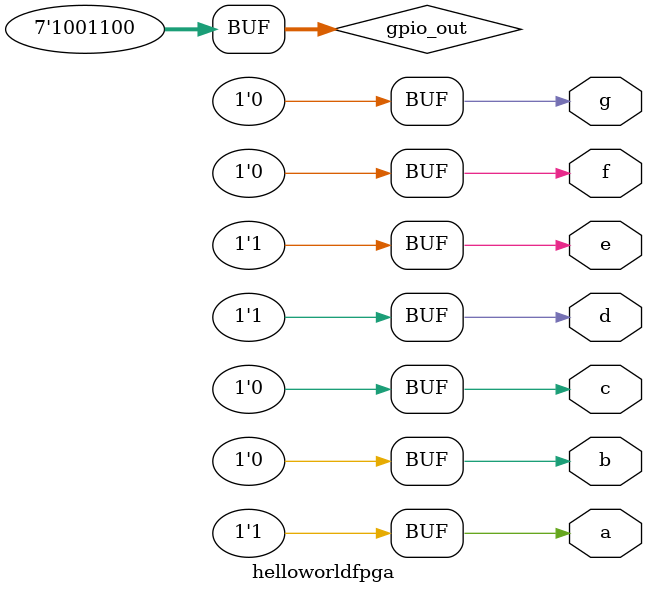
<source format=v>
module helloworldfpga(
                 output a,
                 output b,
                 output c,
             output d,
               output e,
              output f,
               output g

);

reg [6:0] gpio_out=7'b1001100;

assign {a, b,c,d,e,f,g}=gpio_out[6:0];
endmodule
//end of the module

</source>
